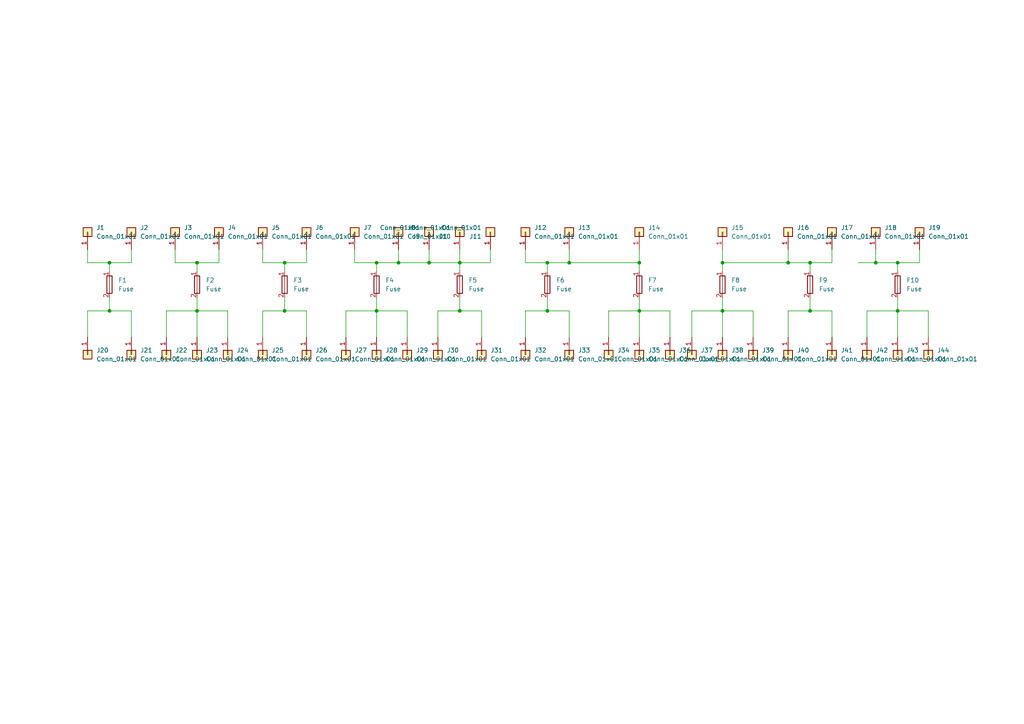
<source format=kicad_sch>
(kicad_sch (version 20231120) (generator "eeschema") (generator_version "8.0")
  (paper "A4")
  (lib_symbols
    (symbol "Connector_Generic:Conn_01x01" (pin_names (offset 1.016) hide)
      (property "Reference" "J" (at 0 2.54 0))
      (property "Value" "Conn_01x01" (at 0 -2.54 0))
      (symbol "Conn_01x01_1_1"
        (rectangle (start -1.27 0.127) (end 0 -0.127) (stroke (width 0.1524)))
        (rectangle (start -1.27 1.27) (end 1.27 -1.27) (stroke (width 0.254)) (fill (type background)))
        (pin passive line (at -5.08 0 0) (length 3.81) (name "Pin_1") (number "1"))
      )
    )
    (symbol "Device:Fuse" (pin_names (offset 0))
      (property "Reference" "F" (at 2.032 0 90))
      (property "Value" "Fuse" (at -1.905 0 90))
      (symbol "Fuse_0_1"
        (rectangle (start -0.762 -2.54) (end 0.762 2.54) (stroke (width 0.254)))
        (polyline (pts (xy 0 2.54) (xy 0 -2.54)))
      )
      (symbol "Fuse_1_1"
        (pin passive line (at 0 3.81 270) (length 1.27) (name "~") (number "1"))
        (pin passive line (at 0 -3.81 90) (length 1.27) (name "~") (number "2"))
      )
    )
    (symbol "Fuse_1" (pin_names (offset 0))
      (property "Reference" "F" (at 2.032 0 90))
      (property "Value" "Fuse" (at -1.905 0 90))
      (symbol "Fuse_1_0_1"
        (rectangle (start -0.762 -2.54) (end 0.762 2.54) (stroke (width 0.254)))
        (polyline (pts (xy 0 2.54) (xy 0 -2.54)))
      )
      (symbol "Fuse_1_1_1"
        (pin passive line (at 0 3.81 270) (length 1.27) (name "~") (number "1"))
        (pin passive line (at 0 -3.81 90) (length 1.27) (name "~") (number "2"))
      )
    )
    (symbol "Fuse_2" (pin_names (offset 0))
      (property "Reference" "F" (at 2.032 0 90))
      (property "Value" "Fuse" (at -1.905 0 90))
      (symbol "Fuse_2_0_1"
        (rectangle (start -0.762 -2.54) (end 0.762 2.54) (stroke (width 0.254)))
        (polyline (pts (xy 0 2.54) (xy 0 -2.54)))
      )
      (symbol "Fuse_2_1_1"
        (pin passive line (at 0 3.81 270) (length 1.27) (name "~") (number "1"))
        (pin passive line (at 0 -3.81 90) (length 1.27) (name "~") (number "2"))
      )
    )
    (symbol "Fuse_3" (pin_names (offset 0))
      (property "Reference" "F" (at 2.032 0 90))
      (property "Value" "Fuse" (at -1.905 0 90))
      (symbol "Fuse_3_0_1"
        (rectangle (start -0.762 -2.54) (end 0.762 2.54) (stroke (width 0.254)))
        (polyline (pts (xy 0 2.54) (xy 0 -2.54)))
      )
      (symbol "Fuse_3_1_1"
        (pin passive line (at 0 3.81 270) (length 1.27) (name "~") (number "1"))
        (pin passive line (at 0 -3.81 90) (length 1.27) (name "~") (number "2"))
      )
    )
    (symbol "Fuse_4" (pin_names (offset 0))
      (property "Reference" "F" (at 2.032 0 90))
      (property "Value" "Fuse" (at -1.905 0 90))
      (symbol "Fuse_4_0_1"
        (rectangle (start -0.762 -2.54) (end 0.762 2.54) (stroke (width 0.254)))
        (polyline (pts (xy 0 2.54) (xy 0 -2.54)))
      )
      (symbol "Fuse_4_1_1"
        (pin passive line (at 0 3.81 270) (length 1.27) (name "~") (number "1"))
        (pin passive line (at 0 -3.81 90) (length 1.27) (name "~") (number "2"))
      )
    )
    (symbol "Fuse_5" (pin_names (offset 0))
      (property "Reference" "F" (at 2.032 0 90))
      (property "Value" "Fuse" (at -1.905 0 90))
      (symbol "Fuse_5_0_1"
        (rectangle (start -0.762 -2.54) (end 0.762 2.54) (stroke (width 0.254)))
        (polyline (pts (xy 0 2.54) (xy 0 -2.54)))
      )
      (symbol "Fuse_5_1_1"
        (pin passive line (at 0 3.81 270) (length 1.27) (name "~") (number "1"))
        (pin passive line (at 0 -3.81 90) (length 1.27) (name "~") (number "2"))
      )
    )
    (symbol "Fuse_6" (pin_names (offset 0))
      (property "Reference" "F" (at 2.032 0 90))
      (property "Value" "Fuse" (at -1.905 0 90))
      (symbol "Fuse_6_0_1"
        (rectangle (start -0.762 -2.54) (end 0.762 2.54) (stroke (width 0.254)))
        (polyline (pts (xy 0 2.54) (xy 0 -2.54)))
      )
      (symbol "Fuse_6_1_1"
        (pin passive line (at 0 3.81 270) (length 1.27) (name "~") (number "1"))
        (pin passive line (at 0 -3.81 90) (length 1.27) (name "~") (number "2"))
      )
    )
    (symbol "Fuse_7" (pin_names (offset 0))
      (property "Reference" "F" (at 2.032 0 90))
      (property "Value" "Fuse" (at -1.905 0 90))
      (symbol "Fuse_7_0_1"
        (rectangle (start -0.762 -2.54) (end 0.762 2.54) (stroke (width 0.254)))
        (polyline (pts (xy 0 2.54) (xy 0 -2.54)))
      )
      (symbol "Fuse_7_1_1"
        (pin passive line (at 0 3.81 270) (length 1.27) (name "~") (number "1"))
        (pin passive line (at 0 -3.81 90) (length 1.27) (name "~") (number "2"))
      )
    )
    (symbol "Fuse_8" (pin_names (offset 0))
      (property "Reference" "F" (at 2.032 0 90))
      (property "Value" "Fuse" (at -1.905 0 90))
      (symbol "Fuse_8_0_1"
        (rectangle (start -0.762 -2.54) (end 0.762 2.54) (stroke (width 0.254)))
        (polyline (pts (xy 0 2.54) (xy 0 -2.54)))
      )
      (symbol "Fuse_8_1_1"
        (pin passive line (at 0 3.81 270) (length 1.27) (name "~") (number "1"))
        (pin passive line (at 0 -3.81 90) (length 1.27) (name "~") (number "2"))
      )
    )
    (symbol "Fuse_9" (pin_names (offset 0))
      (property "Reference" "F" (at 2.032 0 90))
      (property "Value" "Fuse" (at -1.905 0 90))
      (symbol "Fuse_9_0_1"
        (rectangle (start -0.762 -2.54) (end 0.762 2.54) (stroke (width 0.254)))
        (polyline (pts (xy 0 2.54) (xy 0 -2.54)))
      )
      (symbol "Fuse_9_1_1"
        (pin passive line (at 0 3.81 270) (length 1.27) (name "~") (number "1"))
        (pin passive line (at 0 -3.81 90) (length 1.27) (name "~") (number "2"))
      )
    )
  )
  (junction (at 209.55 90.17))
  (junction (at 31.75 76.2))
  (junction (at 260.35 76.2))
  (junction (at 158.75 90.17))
  (junction (at 234.95 76.2))
  (junction (at 57.15 76.2))
  (junction (at 133.35 76.2))
  (junction (at 209.55 76.2))
  (junction (at 109.22 90.17))
  (junction (at 185.42 76.2))
  (junction (at 228.6 76.2))
  (junction (at 158.75 76.2))
  (junction (at 133.35 90.17))
  (junction (at 260.35 90.17))
  (junction (at 82.55 90.17))
  (junction (at 109.22 76.2))
  (junction (at 254 76.2))
  (junction (at 185.42 90.17))
  (junction (at 234.95 90.17))
  (junction (at 57.15 90.17))
  (junction (at 82.55 76.2))
  (junction (at 31.75 90.17))
  (junction (at 165.1 76.2))
  (junction (at 115.57 76.2))
  (junction (at 124.46 76.2))
  (wire (pts (xy 260.35 90.17) (xy 269.24 90.17)))
  (wire (pts (xy 118.11 97.79) (xy 118.11 90.17)))
  (wire (pts (xy 185.42 90.17) (xy 185.42 97.79)))
  (wire (pts (xy 100.33 97.79) (xy 100.33 90.17)))
  (wire (pts (xy 66.04 97.79) (xy 66.04 90.17)))
  (wire (pts (xy 109.22 76.2) (xy 115.57 76.2)))
  (wire (pts (xy 127 97.79) (xy 127 90.17)))
  (wire (pts (xy 228.6 97.79) (xy 228.6 90.17)))
  (wire (pts (xy 25.4 97.79) (xy 25.4 90.17)))
  (wire (pts (xy 241.3 76.2) (xy 241.3 72.39)))
  (wire (pts (xy 31.75 76.2) (xy 38.1 76.2)))
  (wire (pts (xy 269.24 97.79) (xy 269.24 90.17)))
  (wire (pts (xy 158.75 76.2) (xy 165.1 76.2)))
  (wire (pts (xy 234.95 86.36) (xy 234.95 90.17)))
  (wire (pts (xy 133.35 76.2) (xy 133.35 72.39)))
  (wire (pts (xy 31.75 90.17) (xy 38.1 90.17)))
  (wire (pts (xy 194.31 97.79) (xy 194.31 90.17)))
  (wire (pts (xy 228.6 72.39) (xy 228.6 76.2)))
  (wire (pts (xy 25.4 72.39) (xy 25.4 76.2)))
  (wire (pts (xy 50.8 76.2) (xy 57.15 76.2)))
  (wire (pts (xy 260.35 90.17) (xy 260.35 97.79)))
  (wire (pts (xy 254 76.2) (xy 260.35 76.2)))
  (wire (pts (xy 158.75 90.17) (xy 165.1 90.17)))
  (wire (pts (xy 139.7 90.17) (xy 139.7 97.79)))
  (wire (pts (xy 209.55 90.17) (xy 218.44 90.17)))
  (wire (pts (xy 109.22 90.17) (xy 109.22 97.79)))
  (wire (pts (xy 176.53 97.79) (xy 176.53 90.17)))
  (wire (pts (xy 76.2 90.17) (xy 82.55 90.17)))
  (wire (pts (xy 109.22 76.2) (xy 109.22 78.74)))
  (wire (pts (xy 152.4 90.17) (xy 158.75 90.17)))
  (wire (pts (xy 152.4 76.2) (xy 158.75 76.2)))
  (wire (pts (xy 133.35 76.2) (xy 142.24 76.2)))
  (wire (pts (xy 209.55 72.39) (xy 209.55 76.2)))
  (wire (pts (xy 82.55 86.36) (xy 82.55 90.17)))
  (wire (pts (xy 57.15 86.36) (xy 57.15 90.17)))
  (wire (pts (xy 158.75 76.2) (xy 158.75 78.74)))
  (wire (pts (xy 260.35 76.2) (xy 266.7 76.2)))
  (wire (pts (xy 109.22 86.36) (xy 109.22 90.17)))
  (wire (pts (xy 158.75 86.36) (xy 158.75 90.17)))
  (wire (pts (xy 251.46 90.17) (xy 260.35 90.17)))
  (wire (pts (xy 133.35 90.17) (xy 139.7 90.17)))
  (wire (pts (xy 102.87 72.39) (xy 102.87 76.2)))
  (wire (pts (xy 115.57 76.2) (xy 124.46 76.2)))
  (wire (pts (xy 109.22 90.17) (xy 118.11 90.17)))
  (wire (pts (xy 185.42 72.39) (xy 185.42 76.2)))
  (wire (pts (xy 200.66 90.17) (xy 209.55 90.17)))
  (wire (pts (xy 260.35 86.36) (xy 260.35 90.17)))
  (wire (pts (xy 100.33 90.17) (xy 109.22 90.17)))
  (wire (pts (xy 218.44 97.79) (xy 218.44 90.17)))
  (wire (pts (xy 260.35 76.2) (xy 260.35 78.74)))
  (wire (pts (xy 251.46 97.79) (xy 251.46 90.17)))
  (wire (pts (xy 57.15 76.2) (xy 57.15 78.74)))
  (wire (pts (xy 76.2 76.2) (xy 82.55 76.2)))
  (wire (pts (xy 133.35 86.36) (xy 133.35 90.17)))
  (wire (pts (xy 209.55 76.2) (xy 228.6 76.2)))
  (wire (pts (xy 88.9 90.17) (xy 88.9 97.79)))
  (wire (pts (xy 209.55 86.36) (xy 209.55 90.17)))
  (wire (pts (xy 76.2 72.39) (xy 76.2 76.2)))
  (wire (pts (xy 241.3 90.17) (xy 241.3 97.79)))
  (wire (pts (xy 76.2 97.79) (xy 76.2 90.17)))
  (wire (pts (xy 31.75 76.2) (xy 31.75 78.74)))
  (wire (pts (xy 209.55 90.17) (xy 209.55 97.79)))
  (wire (pts (xy 133.35 78.74) (xy 133.35 76.2)))
  (wire (pts (xy 165.1 90.17) (xy 165.1 97.79)))
  (wire (pts (xy 234.95 90.17) (xy 241.3 90.17)))
  (wire (pts (xy 82.55 76.2) (xy 88.9 76.2)))
  (wire (pts (xy 200.66 97.79) (xy 200.66 90.17)))
  (wire (pts (xy 31.75 90.17) (xy 31.75 86.36)))
  (wire (pts (xy 57.15 76.2) (xy 63.5 76.2)))
  (wire (pts (xy 38.1 76.2) (xy 38.1 72.39)))
  (wire (pts (xy 165.1 76.2) (xy 165.1 72.39)))
  (wire (pts (xy 25.4 76.2) (xy 31.75 76.2)))
  (wire (pts (xy 142.24 72.39) (xy 142.24 76.2)))
  (wire (pts (xy 124.46 76.2) (xy 124.46 72.39)))
  (wire (pts (xy 88.9 76.2) (xy 88.9 72.39)))
  (wire (pts (xy 152.4 72.39) (xy 152.4 76.2)))
  (wire (pts (xy 152.4 97.79) (xy 152.4 90.17)))
  (wire (pts (xy 165.1 76.2) (xy 185.42 76.2)))
  (wire (pts (xy 82.55 76.2) (xy 82.55 78.74)))
  (wire (pts (xy 63.5 76.2) (xy 63.5 72.39)))
  (wire (pts (xy 127 90.17) (xy 133.35 90.17)))
  (wire (pts (xy 185.42 90.17) (xy 194.31 90.17)))
  (wire (pts (xy 185.42 76.2) (xy 185.42 78.74)))
  (wire (pts (xy 209.55 76.2) (xy 209.55 78.74)))
  (wire (pts (xy 38.1 90.17) (xy 38.1 97.79)))
  (wire (pts (xy 25.4 90.17) (xy 31.75 90.17)))
  (wire (pts (xy 50.8 72.39) (xy 50.8 76.2)))
  (wire (pts (xy 254 72.39) (xy 254 76.2)))
  (wire (pts (xy 115.57 76.2) (xy 115.57 72.39)))
  (wire (pts (xy 82.55 90.17) (xy 88.9 90.17)))
  (wire (pts (xy 48.26 97.79) (xy 48.26 90.17)))
  (wire (pts (xy 48.26 90.17) (xy 57.15 90.17)))
  (wire (pts (xy 248.92 76.2) (xy 254 76.2)))
  (wire (pts (xy 185.42 86.36) (xy 185.42 90.17)))
  (wire (pts (xy 102.87 76.2) (xy 109.22 76.2)))
  (wire (pts (xy 228.6 90.17) (xy 234.95 90.17)))
  (wire (pts (xy 266.7 76.2) (xy 266.7 72.39)))
  (wire (pts (xy 228.6 76.2) (xy 234.95 76.2)))
  (wire (pts (xy 234.95 76.2) (xy 234.95 78.74)))
  (wire (pts (xy 234.95 76.2) (xy 241.3 76.2)))
  (wire (pts (xy 176.53 90.17) (xy 185.42 90.17)))
  (wire (pts (xy 124.46 76.2) (xy 133.35 76.2)))
  (wire (pts (xy 57.15 90.17) (xy 66.04 90.17)))
  (wire (pts (xy 57.15 90.17) (xy 57.15 97.79)))
  (symbol (lib_id "Connector_Generic:Conn_01x01") (at 142.24 67.31 90) (unit 1)
    (property "Reference" "J11" (at 139.7 68.5801 90) (effects (justify left)))
    (property "Value" "Conn_01x01" (at 139.7 66.0401 90) (effects (justify left)))
    (property "Footprint" "Connector:Connector_Blade" (effects (hide yes)))
    (property "Description" "Generic connector, single row, 01x01, script generated (kicad-library-utils/schlib/autogen/connector/)" (effects (hide yes)))
  )
  (symbol (lib_id "Connector_Generic:Conn_01x01") (at 25.4 102.87 270) (unit 1)
    (property "Reference" "J20" (at 27.94 101.5999 90) (effects (justify left)))
    (property "Value" "Conn_01x01" (at 27.94 104.1399 90) (effects (justify left)))
    (property "Footprint" "Connector:Connector_Blade" (effects (hide yes)))
    (property "Description" "Generic connector, single row, 01x01, script generated (kicad-library-utils/schlib/autogen/connector/)" (effects (hide yes)))
  )
  (symbol (lib_id "Connector_Generic:Conn_01x01") (at 185.42 102.87 270) (unit 1)
    (property "Reference" "J35" (at 187.96 101.5999 90) (effects (justify left)))
    (property "Value" "Conn_01x01" (at 187.96 104.1399 90) (effects (justify left)))
    (property "Footprint" "Connector:Connector_Blade" (effects (hide yes)))
    (property "Description" "Generic connector, single row, 01x01, script generated (kicad-library-utils/schlib/autogen/connector/)" (effects (hide yes)))
  )
  (symbol (lib_id "Connector_Generic:Conn_01x01") (at 88.9 67.31 90) (unit 1)
    (property "Reference" "J6" (at 91.44 66.0399 90) (effects (justify right)))
    (property "Value" "Conn_01x01" (at 91.44 68.5799 90) (effects (justify right)))
    (property "Footprint" "Connector:Connector_Blade" (effects (hide yes)))
    (property "Description" "Generic connector, single row, 01x01, script generated (kicad-library-utils/schlib/autogen/connector/)" (effects (hide yes)))
  )
  (symbol (lib_id "Connector_Generic:Conn_01x01") (at 176.53 102.87 270) (unit 1)
    (property "Reference" "J34" (at 179.07 101.5999 90) (effects (justify left)))
    (property "Value" "Conn_01x01" (at 179.07 104.1399 90) (effects (justify left)))
    (property "Footprint" "Connector:Connector_Blade" (effects (hide yes)))
    (property "Description" "Generic connector, single row, 01x01, script generated (kicad-library-utils/schlib/autogen/connector/)" (effects (hide yes)))
  )
  (symbol (lib_id "Connector_Generic:Conn_01x01") (at 66.04 102.87 270) (unit 1)
    (property "Reference" "J24" (at 68.58 101.5999 90) (effects (justify left)))
    (property "Value" "Conn_01x01" (at 68.58 104.1399 90) (effects (justify left)))
    (property "Footprint" "Connector:Connector_Blade" (effects (hide yes)))
    (property "Description" "Generic connector, single row, 01x01, script generated (kicad-library-utils/schlib/autogen/connector/)" (effects (hide yes)))
  )
  (symbol (lib_name "Fuse_4") (lib_id "Device:Fuse") (at 109.22 82.55 0) (unit 1)
    (property "Reference" "F4" (at 111.76 81.2799 0) (effects (justify left)))
    (property "Value" "Fuse" (at 111.76 83.8199 0) (effects (justify left)))
    (property "Footprint" "Connector:Connector_Fuse_Keystone_3557" (effects (hide yes)))
    (property "Description" "Fuse" (effects (hide yes)))
  )
  (symbol (lib_id "Connector_Generic:Conn_01x01") (at 194.31 102.87 270) (unit 1)
    (property "Reference" "J36" (at 196.85 101.5999 90) (effects (justify left)))
    (property "Value" "Conn_01x01" (at 196.85 104.1399 90) (effects (justify left)))
    (property "Footprint" "Connector:Connector_Blade" (effects (hide yes)))
    (property "Description" "Generic connector, single row, 01x01, script generated (kicad-library-utils/schlib/autogen/connector/)" (effects (hide yes)))
  )
  (symbol (lib_id "Connector_Generic:Conn_01x01") (at 185.42 67.31 90) (unit 1)
    (property "Reference" "J14" (at 187.96 66.0399 90) (effects (justify right)))
    (property "Value" "Conn_01x01" (at 187.96 68.5799 90) (effects (justify right)))
    (property "Footprint" "Connector:Connector_Blade" (effects (hide yes)))
    (property "Description" "Generic connector, single row, 01x01, script generated (kicad-library-utils/schlib/autogen/connector/)" (effects (hide yes)))
  )
  (symbol (lib_id "Connector_Generic:Conn_01x01") (at 269.24 102.87 270) (unit 1)
    (property "Reference" "J44" (at 271.78 101.5999 90) (effects (justify left)))
    (property "Value" "Conn_01x01" (at 271.78 104.1399 90) (effects (justify left)))
    (property "Footprint" "Connector:Connector_Blade" (effects (hide yes)))
    (property "Description" "Generic connector, single row, 01x01, script generated (kicad-library-utils/schlib/autogen/connector/)" (effects (hide yes)))
  )
  (symbol (lib_id "Connector_Generic:Conn_01x01") (at 251.46 102.87 270) (unit 1)
    (property "Reference" "J42" (at 254 101.5999 90) (effects (justify left)))
    (property "Value" "Conn_01x01" (at 254 104.1399 90) (effects (justify left)))
    (property "Footprint" "Connector:Connector_Blade" (effects (hide yes)))
    (property "Description" "Generic connector, single row, 01x01, script generated (kicad-library-utils/schlib/autogen/connector/)" (effects (hide yes)))
  )
  (symbol (lib_name "Fuse_1") (lib_id "Device:Fuse") (at 31.75 82.55 0) (unit 1)
    (property "Reference" "F1" (at 34.29 81.2799 0) (effects (justify left)))
    (property "Value" "Fuse" (at 34.29 83.8199 0) (effects (justify left)))
    (property "Footprint" "Connector:Connector_Fuse_Keystone_3557" (effects (hide yes)))
    (property "Description" "Fuse" (effects (hide yes)))
  )
  (symbol (lib_id "Connector_Generic:Conn_01x01") (at 25.4 67.31 90) (unit 1)
    (property "Reference" "J1" (at 27.94 66.0399 90) (effects (justify right)))
    (property "Value" "Conn_01x01" (at 27.94 68.5799 90) (effects (justify right)))
    (property "Footprint" "Connector:Connector_Blade" (effects (hide yes)))
    (property "Description" "Generic connector, single row, 01x01, script generated (kicad-library-utils/schlib/autogen/connector/)" (effects (hide yes)))
  )
  (symbol (lib_id "Connector_Generic:Conn_01x01") (at 57.15 102.87 270) (unit 1)
    (property "Reference" "J23" (at 59.69 101.5999 90) (effects (justify left)))
    (property "Value" "Conn_01x01" (at 59.69 104.1399 90) (effects (justify left)))
    (property "Footprint" "Connector:Connector_Blade" (effects (hide yes)))
    (property "Description" "Generic connector, single row, 01x01, script generated (kicad-library-utils/schlib/autogen/connector/)" (effects (hide yes)))
  )
  (symbol (lib_id "Connector_Generic:Conn_01x01") (at 266.7 67.31 90) (unit 1)
    (property "Reference" "J19" (at 269.24 66.0399 90) (effects (justify right)))
    (property "Value" "Conn_01x01" (at 269.24 68.5799 90) (effects (justify right)))
    (property "Footprint" "Connector:Connector_Blade" (effects (hide yes)))
    (property "Description" "Generic connector, single row, 01x01, script generated (kicad-library-utils/schlib/autogen/connector/)" (effects (hide yes)))
  )
  (symbol (lib_id "Connector_Generic:Conn_01x01") (at 260.35 102.87 270) (unit 1)
    (property "Reference" "J43" (at 262.89 101.5999 90) (effects (justify left)))
    (property "Value" "Conn_01x01" (at 262.89 104.1399 90) (effects (justify left)))
    (property "Footprint" "Connector:Connector_Blade" (effects (hide yes)))
    (property "Description" "Generic connector, single row, 01x01, script generated (kicad-library-utils/schlib/autogen/connector/)" (effects (hide yes)))
  )
  (symbol (lib_id "Connector_Generic:Conn_01x01") (at 115.57 67.31 90) (unit 1)
    (property "Reference" "J8" (at 118.11 66.0399 90) (effects (justify right)))
    (property "Value" "Conn_01x01" (at 118.11 68.5799 90) (effects (justify right)))
    (property "Footprint" "Connector:Connector_Blade" (effects (hide yes)))
    (property "Description" "Generic connector, single row, 01x01, script generated (kicad-library-utils/schlib/autogen/connector/)" (effects (hide yes)))
  )
  (symbol (lib_name "Fuse_8") (lib_id "Device:Fuse") (at 209.55 82.55 0) (unit 1)
    (property "Reference" "F8" (at 212.09 81.2799 0) (effects (justify left)))
    (property "Value" "Fuse" (at 212.09 83.8199 0) (effects (justify left)))
    (property "Footprint" "Connector:Connector_Fuse_Keystone_3557" (effects (hide yes)))
    (property "Description" "Fuse" (effects (hide yes)))
  )
  (symbol (lib_id "Connector_Generic:Conn_01x01") (at 209.55 67.31 90) (unit 1)
    (property "Reference" "J15" (at 212.09 66.0399 90) (effects (justify right)))
    (property "Value" "Conn_01x01" (at 212.09 68.5799 90) (effects (justify right)))
    (property "Footprint" "Connector:Connector_Blade" (effects (hide yes)))
    (property "Description" "Generic connector, single row, 01x01, script generated (kicad-library-utils/schlib/autogen/connector/)" (effects (hide yes)))
  )
  (symbol (lib_id "Connector_Generic:Conn_01x01") (at 254 67.31 90) (unit 1)
    (property "Reference" "J18" (at 256.54 66.0399 90) (effects (justify right)))
    (property "Value" "Conn_01x01" (at 256.54 68.5799 90) (effects (justify right)))
    (property "Footprint" "Connector:Connector_Blade" (effects (hide yes)))
    (property "Description" "Generic connector, single row, 01x01, script generated (kicad-library-utils/schlib/autogen/connector/)" (effects (hide yes)))
  )
  (symbol (lib_id "Connector_Generic:Conn_01x01") (at 139.7 102.87 270) (unit 1)
    (property "Reference" "J31" (at 142.24 101.5999 90) (effects (justify left)))
    (property "Value" "Conn_01x01" (at 142.24 104.1399 90) (effects (justify left)))
    (property "Footprint" "Connector:Connector_Blade" (effects (hide yes)))
    (property "Description" "Generic connector, single row, 01x01, script generated (kicad-library-utils/schlib/autogen/connector/)" (effects (hide yes)))
  )
  (symbol (lib_name "Fuse_7") (lib_id "Device:Fuse") (at 158.75 82.55 0) (unit 1)
    (property "Reference" "F6" (at 161.29 81.2799 0) (effects (justify left)))
    (property "Value" "Fuse" (at 161.29 83.8199 0) (effects (justify left)))
    (property "Footprint" "Connector:Connector_Fuse_Keystone_3557" (effects (hide yes)))
    (property "Description" "Fuse" (effects (hide yes)))
  )
  (symbol (lib_id "Connector_Generic:Conn_01x01") (at 165.1 102.87 270) (unit 1)
    (property "Reference" "J33" (at 167.64 101.5999 90) (effects (justify left)))
    (property "Value" "Conn_01x01" (at 167.64 104.1399 90) (effects (justify left)))
    (property "Footprint" "Connector:Connector_Blade" (effects (hide yes)))
    (property "Description" "Generic connector, single row, 01x01, script generated (kicad-library-utils/schlib/autogen/connector/)" (effects (hide yes)))
  )
  (symbol (lib_id "Connector_Generic:Conn_01x01") (at 209.55 102.87 270) (unit 1)
    (property "Reference" "J38" (at 212.09 101.5999 90) (effects (justify left)))
    (property "Value" "Conn_01x01" (at 212.09 104.1399 90) (effects (justify left)))
    (property "Footprint" "Connector:Connector_Blade" (effects (hide yes)))
    (property "Description" "Generic connector, single row, 01x01, script generated (kicad-library-utils/schlib/autogen/connector/)" (effects (hide yes)))
  )
  (symbol (lib_id "Connector_Generic:Conn_01x01") (at 228.6 67.31 90) (unit 1)
    (property "Reference" "J16" (at 231.14 66.0399 90) (effects (justify right)))
    (property "Value" "Conn_01x01" (at 231.14 68.5799 90) (effects (justify right)))
    (property "Footprint" "Connector:Connector_Blade" (effects (hide yes)))
    (property "Description" "Generic connector, single row, 01x01, script generated (kicad-library-utils/schlib/autogen/connector/)" (effects (hide yes)))
  )
  (symbol (lib_id "Connector_Generic:Conn_01x01") (at 228.6 102.87 270) (unit 1)
    (property "Reference" "J40" (at 231.14 101.5999 90) (effects (justify left)))
    (property "Value" "Conn_01x01" (at 231.14 104.1399 90) (effects (justify left)))
    (property "Footprint" "Connector:Connector_Blade" (effects (hide yes)))
    (property "Description" "Generic connector, single row, 01x01, script generated (kicad-library-utils/schlib/autogen/connector/)" (effects (hide yes)))
  )
  (symbol (lib_id "Connector_Generic:Conn_01x01") (at 63.5 67.31 90) (unit 1)
    (property "Reference" "J4" (at 66.04 66.0399 90) (effects (justify right)))
    (property "Value" "Conn_01x01" (at 66.04 68.5799 90) (effects (justify right)))
    (property "Footprint" "Connector:Connector_Blade" (effects (hide yes)))
    (property "Description" "Generic connector, single row, 01x01, script generated (kicad-library-utils/schlib/autogen/connector/)" (effects (hide yes)))
  )
  (symbol (lib_id "Connector_Generic:Conn_01x01") (at 152.4 102.87 270) (unit 1)
    (property "Reference" "J32" (at 154.94 101.5999 90) (effects (justify left)))
    (property "Value" "Conn_01x01" (at 154.94 104.1399 90) (effects (justify left)))
    (property "Footprint" "Connector:Connector_Blade" (effects (hide yes)))
    (property "Description" "Generic connector, single row, 01x01, script generated (kicad-library-utils/schlib/autogen/connector/)" (effects (hide yes)))
  )
  (symbol (lib_id "Connector_Generic:Conn_01x01") (at 241.3 67.31 90) (unit 1)
    (property "Reference" "J17" (at 243.84 66.0399 90) (effects (justify right)))
    (property "Value" "Conn_01x01" (at 243.84 68.5799 90) (effects (justify right)))
    (property "Footprint" "Connector:Connector_Blade" (effects (hide yes)))
    (property "Description" "Generic connector, single row, 01x01, script generated (kicad-library-utils/schlib/autogen/connector/)" (effects (hide yes)))
  )
  (symbol (lib_id "Connector_Generic:Conn_01x01") (at 124.46 67.31 90) (unit 1)
    (property "Reference" "J9" (at 121.92 68.5801 90) (effects (justify left)))
    (property "Value" "Conn_01x01" (at 121.92 66.0401 90) (effects (justify left)))
    (property "Footprint" "Connector:Connector_Blade" (effects (hide yes)))
    (property "Description" "Generic connector, single row, 01x01, script generated (kicad-library-utils/schlib/autogen/connector/)" (effects (hide yes)))
  )
  (symbol (lib_id "Connector_Generic:Conn_01x01") (at 88.9 102.87 270) (unit 1)
    (property "Reference" "J26" (at 91.44 101.5999 90) (effects (justify left)))
    (property "Value" "Conn_01x01" (at 91.44 104.1399 90) (effects (justify left)))
    (property "Footprint" "Connector:Connector_Blade" (effects (hide yes)))
    (property "Description" "Generic connector, single row, 01x01, script generated (kicad-library-utils/schlib/autogen/connector/)" (effects (hide yes)))
  )
  (symbol (lib_id "Connector_Generic:Conn_01x01") (at 76.2 67.31 90) (unit 1)
    (property "Reference" "J5" (at 78.74 66.0399 90) (effects (justify right)))
    (property "Value" "Conn_01x01" (at 78.74 68.5799 90) (effects (justify right)))
    (property "Footprint" "Connector:Connector_Blade" (effects (hide yes)))
    (property "Description" "Generic connector, single row, 01x01, script generated (kicad-library-utils/schlib/autogen/connector/)" (effects (hide yes)))
  )
  (symbol (lib_id "Device:Fuse") (at 260.35 82.55 0) (unit 1)
    (property "Reference" "F10" (at 262.89 81.2799 0) (effects (justify left)))
    (property "Value" "Fuse" (at 262.89 83.8199 0) (effects (justify left)))
    (property "Footprint" "Connector:Connector_Fuse_Keystone_3557" (effects (hide yes)))
    (property "Description" "Fuse" (effects (hide yes)))
  )
  (symbol (lib_id "Connector_Generic:Conn_01x01") (at 218.44 102.87 270) (unit 1)
    (property "Reference" "J39" (at 220.98 101.5999 90) (effects (justify left)))
    (property "Value" "Conn_01x01" (at 220.98 104.1399 90) (effects (justify left)))
    (property "Footprint" "Connector:Connector_Blade" (effects (hide yes)))
    (property "Description" "Generic connector, single row, 01x01, script generated (kicad-library-utils/schlib/autogen/connector/)" (effects (hide yes)))
  )
  (symbol (lib_id "Connector_Generic:Conn_01x01") (at 152.4 67.31 90) (unit 1)
    (property "Reference" "J12" (at 154.94 66.0399 90) (effects (justify right)))
    (property "Value" "Conn_01x01" (at 154.94 68.5799 90) (effects (justify right)))
    (property "Footprint" "Connector:Connector_Blade" (effects (hide yes)))
    (property "Description" "Generic connector, single row, 01x01, script generated (kicad-library-utils/schlib/autogen/connector/)" (effects (hide yes)))
  )
  (symbol (lib_name "Fuse_2") (lib_id "Device:Fuse") (at 57.15 82.55 0) (unit 1)
    (property "Reference" "F2" (at 59.69 81.2799 0) (effects (justify left)))
    (property "Value" "Fuse" (at 59.69 83.8199 0) (effects (justify left)))
    (property "Footprint" "Connector:Connector_Fuse_Keystone_3557" (effects (hide yes)))
    (property "Description" "Fuse" (effects (hide yes)))
  )
  (symbol (lib_id "Connector_Generic:Conn_01x01") (at 118.11 102.87 270) (unit 1)
    (property "Reference" "J29" (at 120.65 101.5999 90) (effects (justify left)))
    (property "Value" "Conn_01x01" (at 120.65 104.1399 90) (effects (justify left)))
    (property "Footprint" "Connector:Connector_Blade" (effects (hide yes)))
    (property "Description" "Generic connector, single row, 01x01, script generated (kicad-library-utils/schlib/autogen/connector/)" (effects (hide yes)))
  )
  (symbol (lib_name "Fuse_3") (lib_id "Device:Fuse") (at 133.35 82.55 0) (unit 1)
    (property "Reference" "F5" (at 135.89 81.2799 0) (effects (justify left)))
    (property "Value" "Fuse" (at 135.89 83.8199 0) (effects (justify left)))
    (property "Footprint" "Connector:Connector_Fuse_Keystone_3557" (effects (hide yes)))
    (property "Description" "Fuse" (effects (hide yes)))
  )
  (symbol (lib_id "Connector_Generic:Conn_01x01") (at 165.1 67.31 90) (unit 1)
    (property "Reference" "J13" (at 167.64 66.0399 90) (effects (justify right)))
    (property "Value" "Conn_01x01" (at 167.64 68.5799 90) (effects (justify right)))
    (property "Footprint" "Connector:Connector_Blade" (effects (hide yes)))
    (property "Description" "Generic connector, single row, 01x01, script generated (kicad-library-utils/schlib/autogen/connector/)" (effects (hide yes)))
  )
  (symbol (lib_id "Connector_Generic:Conn_01x01") (at 48.26 102.87 270) (unit 1)
    (property "Reference" "J22" (at 50.8 101.5999 90) (effects (justify left)))
    (property "Value" "Conn_01x01" (at 50.8 104.1399 90) (effects (justify left)))
    (property "Footprint" "Connector:Connector_Blade" (effects (hide yes)))
    (property "Description" "Generic connector, single row, 01x01, script generated (kicad-library-utils/schlib/autogen/connector/)" (effects (hide yes)))
  )
  (symbol (lib_id "Connector_Generic:Conn_01x01") (at 200.66 102.87 270) (unit 1)
    (property "Reference" "J37" (at 203.2 101.5999 90) (effects (justify left)))
    (property "Value" "Conn_01x01" (at 203.2 104.1399 90) (effects (justify left)))
    (property "Footprint" "Connector:Connector_Blade" (effects (hide yes)))
    (property "Description" "Generic connector, single row, 01x01, script generated (kicad-library-utils/schlib/autogen/connector/)" (effects (hide yes)))
  )
  (symbol (lib_name "Fuse_6") (lib_id "Device:Fuse") (at 185.42 82.55 0) (unit 1)
    (property "Reference" "F7" (at 187.96 81.2799 0) (effects (justify left)))
    (property "Value" "Fuse" (at 187.96 83.8199 0) (effects (justify left)))
    (property "Footprint" "Connector:Connector_Fuse_Keystone_3557" (effects (hide yes)))
    (property "Description" "Fuse" (effects (hide yes)))
  )
  (symbol (lib_id "Connector_Generic:Conn_01x01") (at 241.3 102.87 270) (unit 1)
    (property "Reference" "J41" (at 243.84 101.5999 90) (effects (justify left)))
    (property "Value" "Conn_01x01" (at 243.84 104.1399 90) (effects (justify left)))
    (property "Footprint" "Connector:Connector_Blade" (effects (hide yes)))
    (property "Description" "Generic connector, single row, 01x01, script generated (kicad-library-utils/schlib/autogen/connector/)" (effects (hide yes)))
  )
  (symbol (lib_id "Connector_Generic:Conn_01x01") (at 102.87 67.31 90) (unit 1)
    (property "Reference" "J7" (at 105.41 66.0399 90) (effects (justify right)))
    (property "Value" "Conn_01x01" (at 105.41 68.5799 90) (effects (justify right)))
    (property "Footprint" "Connector:Connector_Blade" (effects (hide yes)))
    (property "Description" "Generic connector, single row, 01x01, script generated (kicad-library-utils/schlib/autogen/connector/)" (effects (hide yes)))
  )
  (symbol (lib_id "Connector_Generic:Conn_01x01") (at 127 102.87 270) (unit 1)
    (property "Reference" "J30" (at 129.54 101.5999 90) (effects (justify left)))
    (property "Value" "Conn_01x01" (at 129.54 104.1399 90) (effects (justify left)))
    (property "Footprint" "Connector:Connector_Blade" (effects (hide yes)))
    (property "Description" "Generic connector, single row, 01x01, script generated (kicad-library-utils/schlib/autogen/connector/)" (effects (hide yes)))
  )
  (symbol (lib_id "Connector_Generic:Conn_01x01") (at 50.8 67.31 90) (unit 1)
    (property "Reference" "J3" (at 53.34 66.0399 90) (effects (justify right)))
    (property "Value" "Conn_01x01" (at 53.34 68.5799 90) (effects (justify right)))
    (property "Footprint" "Connector:Connector_Blade" (effects (hide yes)))
    (property "Description" "Generic connector, single row, 01x01, script generated (kicad-library-utils/schlib/autogen/connector/)" (effects (hide yes)))
  )
  (symbol (lib_id "Connector_Generic:Conn_01x01") (at 109.22 102.87 270) (unit 1)
    (property "Reference" "J28" (at 111.76 101.5999 90) (effects (justify left)))
    (property "Value" "Conn_01x01" (at 111.76 104.1399 90) (effects (justify left)))
    (property "Footprint" "Connector:Connector_Blade" (effects (hide yes)))
    (property "Description" "Generic connector, single row, 01x01, script generated (kicad-library-utils/schlib/autogen/connector/)" (effects (hide yes)))
  )
  (symbol (lib_id "Connector_Generic:Conn_01x01") (at 38.1 67.31 90) (unit 1)
    (property "Reference" "J2" (at 40.64 66.0399 90) (effects (justify right)))
    (property "Value" "Conn_01x01" (at 40.64 68.5799 90) (effects (justify right)))
    (property "Footprint" "Connector:Connector_Blade" (effects (hide yes)))
    (property "Description" "Generic connector, single row, 01x01, script generated (kicad-library-utils/schlib/autogen/connector/)" (effects (hide yes)))
  )
  (symbol (lib_id "Connector_Generic:Conn_01x01") (at 76.2 102.87 270) (unit 1)
    (property "Reference" "J25" (at 78.74 101.5999 90) (effects (justify left)))
    (property "Value" "Conn_01x01" (at 78.74 104.1399 90) (effects (justify left)))
    (property "Footprint" "Connector:Connector_Blade" (effects (hide yes)))
    (property "Description" "Generic connector, single row, 01x01, script generated (kicad-library-utils/schlib/autogen/connector/)" (effects (hide yes)))
  )
  (symbol (lib_name "Fuse_9") (lib_id "Device:Fuse") (at 234.95 82.55 0) (unit 1)
    (property "Reference" "F9" (at 237.49 81.2799 0) (effects (justify left)))
    (property "Value" "Fuse" (at 237.49 83.8199 0) (effects (justify left)))
    (property "Footprint" "Connector:Connector_Fuse_Keystone_3557" (effects (hide yes)))
    (property "Description" "Fuse" (effects (hide yes)))
  )
  (symbol (lib_id "Connector_Generic:Conn_01x01") (at 133.35 67.31 90) (unit 1)
    (property "Reference" "J10" (at 130.81 68.5801 90) (effects (justify left)))
    (property "Value" "Conn_01x01" (at 130.81 66.0401 90) (effects (justify left)))
    (property "Footprint" "Connector:Connector_Blade" (effects (hide yes)))
    (property "Description" "Generic connector, single row, 01x01, script generated (kicad-library-utils/schlib/autogen/connector/)" (effects (hide yes)))
  )
  (symbol (lib_id "Connector_Generic:Conn_01x01") (at 38.1 102.87 270) (unit 1)
    (property "Reference" "J21" (at 40.64 101.5999 90) (effects (justify left)))
    (property "Value" "Conn_01x01" (at 40.64 104.1399 90) (effects (justify left)))
    (property "Footprint" "Connector:Connector_Blade" (effects (hide yes)))
    (property "Description" "Generic connector, single row, 01x01, script generated (kicad-library-utils/schlib/autogen/connector/)" (effects (hide yes)))
  )
  (symbol (lib_name "Fuse_5") (lib_id "Device:Fuse") (at 82.55 82.55 0) (unit 1)
    (property "Reference" "F3" (at 85.09 81.2799 0) (effects (justify left)))
    (property "Value" "Fuse" (at 85.09 83.8199 0) (effects (justify left)))
    (property "Footprint" "Connector:Connector_Fuse_Keystone_3557" (effects (hide yes)))
    (property "Description" "Fuse" (effects (hide yes)))
  )
  (symbol (lib_id "Connector_Generic:Conn_01x01") (at 100.33 102.87 270) (unit 1)
    (property "Reference" "J27" (at 102.87 101.5999 90) (effects (justify left)))
    (property "Value" "Conn_01x01" (at 102.87 104.1399 90) (effects (justify left)))
    (property "Footprint" "Connector:Connector_Blade" (effects (hide yes)))
    (property "Description" "Generic connector, single row, 01x01, script generated (kicad-library-utils/schlib/autogen/connector/)" (effects (hide yes)))
  )
)
</source>
